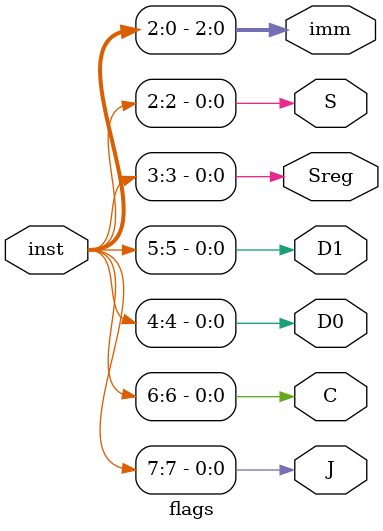
<source format=sv>
`timescale 1ns / 1ps

module flags#(parameter n=8)(
      input logic  [n-1:0] inst ,
      output  logic J, C,D0 ,D1,Sreg ,S,
      output logic [2:0]imm
    );
    
always @(*) begin
    imm <= inst[2:0];      // Extract immediate value from the first 3 bits
    S <= inst[2]; // select add or sub 
    C <= inst[6];         // if ther is carry 
    Sreg <= inst[3];       // select between custom value or output alu 
    D0 <= inst[4];         // for  decoder 
    D1 <= inst[5];         // for decoder 
    J <= inst[7];         // jump
end
endmodule


</source>
